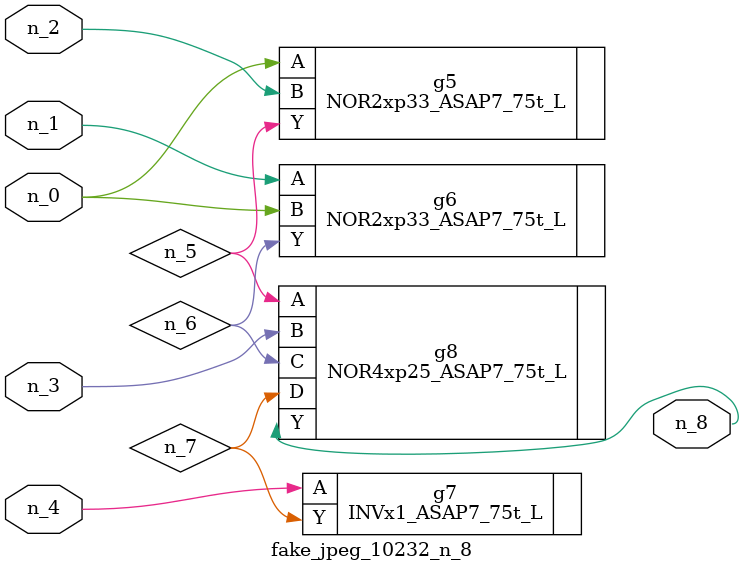
<source format=v>
module fake_jpeg_10232_n_8 (n_3, n_2, n_1, n_0, n_4, n_8);

input n_3;
input n_2;
input n_1;
input n_0;
input n_4;

output n_8;

wire n_6;
wire n_5;
wire n_7;

NOR2xp33_ASAP7_75t_L g5 ( 
.A(n_0),
.B(n_2),
.Y(n_5)
);

NOR2xp33_ASAP7_75t_L g6 ( 
.A(n_1),
.B(n_0),
.Y(n_6)
);

INVx1_ASAP7_75t_L g7 ( 
.A(n_4),
.Y(n_7)
);

NOR4xp25_ASAP7_75t_L g8 ( 
.A(n_5),
.B(n_3),
.C(n_6),
.D(n_7),
.Y(n_8)
);


endmodule
</source>
